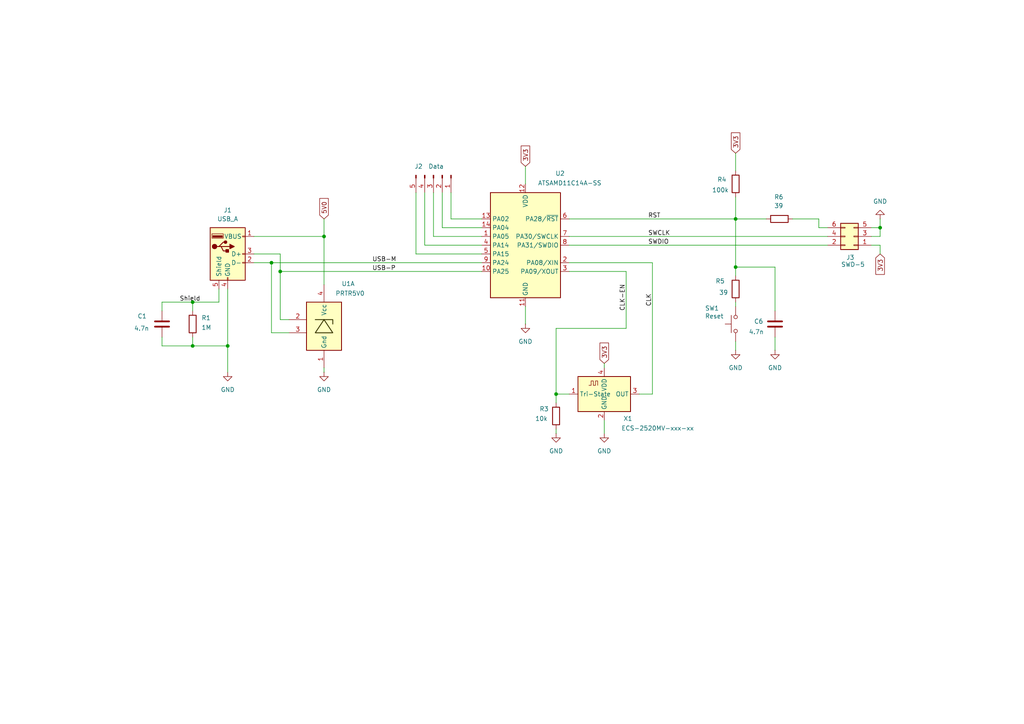
<source format=kicad_sch>
(kicad_sch (version 20231120) (generator "eeschema") (generator_version "8.0")
  (paper "A4")
  (lib_symbols
    (symbol "Connector:Conn_01x05_Pin" (pin_names (offset 1.016) hide)
      (property "Reference" "J" (at 0 7.62 0))
      (property "Value" "Conn_01x05_Pin" (at 0 -7.62 0))
      (symbol "Conn_01x05_Pin_1_1"
        (polyline (pts (xy 1.27 -5.08) (xy 0.8636 -5.08)) (stroke (width 0.1524)))
        (polyline (pts (xy 1.27 -2.54) (xy 0.8636 -2.54)) (stroke (width 0.1524)))
        (polyline (pts (xy 1.27 0) (xy 0.8636 0)) (stroke (width 0.1524)))
        (polyline (pts (xy 1.27 2.54) (xy 0.8636 2.54)) (stroke (width 0.1524)))
        (polyline (pts (xy 1.27 5.08) (xy 0.8636 5.08)) (stroke (width 0.1524)))
        (rectangle (start 0.8636 -4.953) (end 0 -5.207) (stroke (width 0.1524)) (fill (type outline)))
        (rectangle (start 0.8636 -2.413) (end 0 -2.667) (stroke (width 0.1524)) (fill (type outline)))
        (rectangle (start 0.8636 0.127) (end 0 -0.127) (stroke (width 0.1524)) (fill (type outline)))
        (rectangle (start 0.8636 2.667) (end 0 2.413) (stroke (width 0.1524)) (fill (type outline)))
        (rectangle (start 0.8636 5.207) (end 0 4.953) (stroke (width 0.1524)) (fill (type outline)))
        (pin passive line (at 5.08 5.08 180) (length 3.81) (name "Pin_1") (number "1"))
        (pin passive line (at 5.08 2.54 180) (length 3.81) (name "Pin_2") (number "2"))
        (pin passive line (at 5.08 0 180) (length 3.81) (name "Pin_3") (number "3"))
        (pin passive line (at 5.08 -2.54 180) (length 3.81) (name "Pin_4") (number "4"))
        (pin passive line (at 5.08 -5.08 180) (length 3.81) (name "Pin_5") (number "5"))
      )
    )
    (symbol "Connector:USB_A" (pin_names (offset 1.016))
      (property "Reference" "J" (at -5.08 11.43 0))
      (property "Value" "USB_A" (at -5.08 8.89 0))
      (symbol "USB_A_0_1"
        (rectangle (start -5.08 -7.62) (end 5.08 7.62) (stroke (width 0.254)) (fill (type background)))
        (circle (center -3.81 2.159) (radius 0.635) (stroke (width 0.254)) (fill (type outline)))
        (rectangle (start -1.524 4.826) (end -4.318 5.334) (fill (type outline)))
        (rectangle (start -1.27 4.572) (end -4.572 5.842))
        (circle (center -0.635 3.429) (radius 0.381) (stroke (width 0.254)) (fill (type outline)))
        (rectangle (start -0.127 -7.62) (end 0.127 -6.858))
        (polyline (pts (xy -3.175 2.159) (xy -2.54 2.159) (xy -1.27 3.429) (xy -0.635 3.429)) (stroke (width 0.254)))
        (polyline (pts (xy -2.54 2.159) (xy -1.905 2.159) (xy -1.27 0.889) (xy 0 0.889)) (stroke (width 0.254)))
        (polyline (pts (xy 0.635 2.794) (xy 0.635 1.524) (xy 1.905 2.159) (xy 0.635 2.794)) (stroke (width 0.254)) (fill (type outline)))
        (rectangle (start 0.254 1.27) (end -0.508 0.508) (stroke (width 0.254)) (fill (type outline)))
        (rectangle (start 5.08 -2.667) (end 4.318 -2.413))
        (rectangle (start 5.08 -0.127) (end 4.318 0.127))
        (rectangle (start 5.08 4.953) (end 4.318 5.207))
      )
      (symbol "USB_A_1_1"
        (polyline (pts (xy -1.905 2.159) (xy 0.635 2.159)) (stroke (width 0.254)))
        (pin power_in line (at 7.62 5.08 180) (length 2.54) (name "VBUS") (number "1"))
        (pin bidirectional line (at 7.62 -2.54 180) (length 2.54) (name "D-") (number "2"))
        (pin bidirectional line (at 7.62 0 180) (length 2.54) (name "D+") (number "3"))
        (pin power_in line (at 0 -10.16 90) (length 2.54) (name "GND") (number "4"))
        (pin passive line (at -2.54 -10.16 90) (length 2.54) (name "Shield") (number "5"))
      )
    )
    (symbol "Connector_Generic:Conn_02x03_Odd_Even" (pin_names (offset 1.016) hide)
      (property "Reference" "J" (at 1.27 5.08 0))
      (property "Value" "Conn_02x03_Odd_Even" (at 1.27 -5.08 0))
      (symbol "Conn_02x03_Odd_Even_1_1"
        (rectangle (start -1.27 -2.413) (end 0 -2.667) (stroke (width 0.1524)))
        (rectangle (start -1.27 0.127) (end 0 -0.127) (stroke (width 0.1524)))
        (rectangle (start -1.27 2.667) (end 0 2.413) (stroke (width 0.1524)))
        (rectangle (start -1.27 3.81) (end 3.81 -3.81) (stroke (width 0.254)) (fill (type background)))
        (rectangle (start 3.81 -2.413) (end 2.54 -2.667) (stroke (width 0.1524)))
        (rectangle (start 3.81 0.127) (end 2.54 -0.127) (stroke (width 0.1524)))
        (rectangle (start 3.81 2.667) (end 2.54 2.413) (stroke (width 0.1524)))
        (pin passive line (at -5.08 2.54 0) (length 3.81) (name "Pin_1") (number "1"))
        (pin passive line (at 7.62 2.54 180) (length 3.81) (name "Pin_2") (number "2"))
        (pin passive line (at -5.08 0 0) (length 3.81) (name "Pin_3") (number "3"))
        (pin passive line (at 7.62 0 180) (length 3.81) (name "Pin_4") (number "4"))
        (pin passive line (at -5.08 -2.54 0) (length 3.81) (name "Pin_5") (number "5"))
        (pin passive line (at 7.62 -2.54 180) (length 3.81) (name "Pin_6") (number "6"))
      )
    )
    (symbol "Device:C" (pin_numbers hide) (pin_names (offset 0.254))
      (property "Reference" "C" (at 0.635 2.54 0))
      (property "Value" "C" (at 0.635 -2.54 0))
      (symbol "C_0_1"
        (polyline (pts (xy -2.032 -0.762) (xy 2.032 -0.762)) (stroke (width 0.508)))
        (polyline (pts (xy -2.032 0.762) (xy 2.032 0.762)) (stroke (width 0.508)))
      )
      (symbol "C_1_1"
        (pin passive line (at 0 3.81 270) (length 2.794) (name "~") (number "1"))
        (pin passive line (at 0 -3.81 90) (length 2.794) (name "~") (number "2"))
      )
    )
    (symbol "Device:R" (pin_numbers hide) (pin_names (offset 0))
      (property "Reference" "R" (at 2.032 0 90))
      (property "Value" "R" (at 0 0 90))
      (symbol "R_0_1"
        (rectangle (start -1.016 -2.54) (end 1.016 2.54) (stroke (width 0.254)))
      )
      (symbol "R_1_1"
        (pin passive line (at 0 3.81 270) (length 1.27) (name "~") (number "1"))
        (pin passive line (at 0 -3.81 90) (length 1.27) (name "~") (number "2"))
      )
    )
    (symbol "MCU_Microchip_SAMD:ATSAMD11C14A-SS"
      (property "Reference" "U" (at -10.16 16.51 0))
      (property "Value" "ATSAMD11C14A-SS" (at 1.27 16.51 0))
      (symbol "ATSAMD11C14A-SS_0_1"
        (rectangle (start -10.16 15.24) (end 10.16 -15.24) (stroke (width 0.254)) (fill (type background)))
      )
      (symbol "ATSAMD11C14A-SS_1_1"
        (pin bidirectional line (at 12.7 2.54 180) (length 2.54) (name "PA05") (number "1"))
        (pin bidirectional line (at 12.7 -7.62 180) (length 2.54) (name "PA25") (number "10"))
        (pin power_in line (at 0 -17.78 90) (length 2.54) (name "GND") (number "11"))
        (pin power_in line (at 0 17.78 270) (length 2.54) (name "VDD") (number "12"))
        (pin bidirectional line (at 12.7 7.62 180) (length 2.54) (name "PA02") (number "13"))
        (pin bidirectional line (at 12.7 5.08 180) (length 2.54) (name "PA04") (number "14"))
        (pin bidirectional line (at -12.7 -5.08 0) (length 2.54) (name "PA08/XIN") (number "2"))
        (pin bidirectional line (at -12.7 -7.62 0) (length 2.54) (name "PA09/XOUT") (number "3"))
        (pin bidirectional line (at 12.7 0 180) (length 2.54) (name "PA14") (number "4"))
        (pin bidirectional line (at 12.7 -2.54 180) (length 2.54) (name "PA15") (number "5"))
        (pin bidirectional line (at -12.7 7.62 0) (length 2.54) (name "PA28/~{RST}") (number "6"))
        (pin bidirectional line (at -12.7 2.54 0) (length 2.54) (name "PA30/SWCLK") (number "7"))
        (pin bidirectional line (at -12.7 0 0) (length 2.54) (name "PA31/SWDIO") (number "8"))
        (pin bidirectional line (at 12.7 -5.08 180) (length 2.54) (name "PA24") (number "9"))
      )
    )
    (symbol "Oscillator:ECS-2520MV-xxx-xx"
      (property "Reference" "X" (at -5.08 6.35 0))
      (property "Value" "ECS-2520MV-xxx-xx" (at 1.27 -6.35 0))
      (symbol "ECS-2520MV-xxx-xx_0_1"
        (rectangle (start -7.62 5.08) (end 7.62 -5.08) (stroke (width 0.254)) (fill (type background)))
        (polyline (pts (xy -4.445 2.54) (xy -3.81 2.54) (xy -3.81 3.81) (xy -3.175 3.81) (xy -3.175 2.54) (xy -2.54 2.54) (xy -2.54 3.81) (xy -1.905 3.81) (xy -1.905 2.54)))
      )
      (symbol "ECS-2520MV-xxx-xx_1_1"
        (pin input line (at -10.16 0 0) (length 2.54) (name "Tri-State") (number "1"))
        (pin power_in line (at 0 -7.62 90) (length 2.54) (name "GND") (number "2"))
        (pin output line (at 10.16 0 180) (length 2.54) (name "OUT") (number "3"))
        (pin power_in line (at 0 7.62 270) (length 2.54) (name "VDD") (number "4"))
      )
    )
    (symbol "Secoh:USB/PRTR5V0-SOT-143"
      (property "Reference" "U" (at 3.556 8.89 0))
      (property "Value" "PRTR5V0" (at 4.826 -8.382 0))
      (symbol "USB/PRTR5V0-SOT-143_0_0"
        (rectangle (start -5.08 7.62) (end 5.08 -6.35) (stroke (width 0.254)) (fill (type background)))
        (pin passive line (at 0 -11.43 90) (length 5.08) (name "Gnd") (number "1"))
        (pin passive line (at 0 12.7 270) (length 5.08) (name "Vcc") (number "4"))
      )
      (symbol "USB/PRTR5V0-SOT-143_0_1"
        (polyline (pts (xy -1.27 0) (xy -1.27 0)))
        (polyline (pts (xy -2.54 2.54) (xy 2.54 2.54) (xy 2.54 1.27)) (stroke (width 0.254) (color 52 50 0 1)))
        (polyline (pts (xy 0 2.54) (xy 2.54 -1.27) (xy -2.54 -1.27) (xy 0 2.54)) (stroke (width 0.254) (color 52 50 0 1)))
      )
      (symbol "USB/PRTR5V0-SOT-143_1_1"
        (pin input line (at -10.16 2.54 0) (length 5.08) (name "~") (number "2"))
        (pin input line (at -10.16 -1.27 0) (length 5.08) (name "~") (number "3"))
      )
      (symbol "USB/PRTR5V0-SOT-143_2_1"
        (pin input line (at -10.16 2.54 0) (length 7.62) (name "~") (number "5"))
        (pin input line (at -10.16 -2.54 0) (length 7.62) (name "~") (number "6"))
      )
      (symbol "USB/PRTR5V0-SOT-143_3_1"
        (pin input line (at -10.16 2.54 0) (length 7.62) (name "~") (number "8"))
        (pin input line (at -10.16 -2.54 0) (length 7.62) (name "~") (number "9"))
      )
      (symbol "USB/PRTR5V0-SOT-143_4_1"
        (pin input line (at -10.16 2.54 0) (length 7.62) (name "~") (number "12"))
        (pin input line (at -10.16 -2.54 0) (length 7.62) (name "~") (number "13"))
      )
    )
    (symbol "Switch:SW_Push" (pin_numbers hide) (pin_names (offset 1.016) hide)
      (property "Reference" "SW" (at 1.27 2.54 0))
      (property "Value" "SW_Push" (at 0 -1.524 0))
      (symbol "SW_Push_0_1"
        (circle (center -2.032 0) (radius 0.508))
        (polyline (pts (xy 0 1.27) (xy 0 3.048)))
        (polyline (pts (xy 2.54 1.27) (xy -2.54 1.27)))
        (circle (center 2.032 0) (radius 0.508))
        (pin passive line (at -5.08 0 0) (length 2.54) (name "1") (number "1"))
        (pin passive line (at 5.08 0 180) (length 2.54) (name "2") (number "2"))
      )
    )
    (symbol "power:GND" (power) (pin_numbers hide) (pin_names (offset 0) hide)
      (property "Value" "GND" (at 0 -3.81 0))
      (symbol "GND_0_1"
        (polyline (pts (xy 0 0) (xy 0 -1.27) (xy 1.27 -1.27) (xy 0 -2.54) (xy -1.27 -1.27) (xy 0 -1.27)))
      )
      (symbol "GND_1_1"
        (pin power_in line (at 0 0 270) (length 0) (name "~") (number "1"))
      )
    )
  )
  (junction (at 81.28 78.74))
  (junction (at 161.29 114.3))
  (junction (at 93.98 68.58))
  (junction (at 55.88 87.63))
  (junction (at 55.88 100.33))
  (junction (at 78.74 76.2))
  (junction (at 255.27 66.04))
  (junction (at 213.36 77.47))
  (junction (at 213.36 63.5))
  (junction (at 66.04 100.33))
  (wire (pts (xy 123.19 55.88) (xy 123.19 71.12)))
  (wire (pts (xy 161.29 114.3) (xy 161.29 116.84)))
  (wire (pts (xy 81.28 78.74) (xy 139.7 78.74)))
  (wire (pts (xy 189.23 76.2) (xy 165.1 76.2)))
  (wire (pts (xy 93.98 63.5) (xy 93.98 68.58)))
  (wire (pts (xy 130.81 55.88) (xy 130.81 63.5)))
  (wire (pts (xy 165.1 71.12) (xy 240.03 71.12)))
  (wire (pts (xy 81.28 73.66) (xy 81.28 78.74)))
  (wire (pts (xy 46.99 100.33) (xy 55.88 100.33)))
  (wire (pts (xy 152.4 88.9) (xy 152.4 93.98)))
  (wire (pts (xy 165.1 68.58) (xy 240.03 68.58)))
  (wire (pts (xy 224.79 90.17) (xy 224.79 77.47)))
  (wire (pts (xy 161.29 124.46) (xy 161.29 125.73)))
  (wire (pts (xy 255.27 71.12) (xy 252.73 71.12)))
  (wire (pts (xy 161.29 114.3) (xy 161.29 95.25)))
  (wire (pts (xy 224.79 77.47) (xy 213.36 77.47)))
  (wire (pts (xy 189.23 76.2) (xy 189.23 114.3)))
  (wire (pts (xy 125.73 55.88) (xy 125.73 68.58)))
  (wire (pts (xy 93.98 106.68) (xy 93.98 107.95)))
  (wire (pts (xy 128.27 55.88) (xy 128.27 66.04)))
  (wire (pts (xy 255.27 63.5) (xy 255.27 66.04)))
  (wire (pts (xy 185.42 114.3) (xy 189.23 114.3)))
  (wire (pts (xy 255.27 73.66) (xy 255.27 71.12)))
  (wire (pts (xy 55.88 100.33) (xy 66.04 100.33)))
  (wire (pts (xy 252.73 68.58) (xy 255.27 68.58)))
  (wire (pts (xy 161.29 95.25) (xy 181.61 95.25)))
  (wire (pts (xy 237.49 66.04) (xy 240.03 66.04)))
  (wire (pts (xy 78.74 76.2) (xy 139.7 76.2)))
  (wire (pts (xy 73.66 73.66) (xy 81.28 73.66)))
  (wire (pts (xy 213.36 63.5) (xy 222.25 63.5)))
  (wire (pts (xy 224.79 97.79) (xy 224.79 101.6)))
  (wire (pts (xy 73.66 76.2) (xy 78.74 76.2)))
  (wire (pts (xy 213.36 57.15) (xy 213.36 63.5)))
  (wire (pts (xy 181.61 78.74) (xy 165.1 78.74)))
  (wire (pts (xy 66.04 83.82) (xy 66.04 100.33)))
  (wire (pts (xy 55.88 87.63) (xy 46.99 87.63)))
  (wire (pts (xy 125.73 68.58) (xy 139.7 68.58)))
  (wire (pts (xy 175.26 105.41) (xy 175.26 106.68)))
  (wire (pts (xy 55.88 100.33) (xy 55.88 97.79)))
  (wire (pts (xy 130.81 63.5) (xy 139.7 63.5)))
  (wire (pts (xy 213.36 77.47) (xy 213.36 63.5)))
  (wire (pts (xy 213.36 87.63) (xy 213.36 88.9)))
  (wire (pts (xy 55.88 90.17) (xy 55.88 87.63)))
  (wire (pts (xy 237.49 63.5) (xy 237.49 66.04)))
  (wire (pts (xy 81.28 92.71) (xy 83.82 92.71)))
  (wire (pts (xy 181.61 95.25) (xy 181.61 78.74)))
  (wire (pts (xy 81.28 78.74) (xy 81.28 92.71)))
  (wire (pts (xy 139.7 73.66) (xy 120.65 73.66)))
  (wire (pts (xy 78.74 96.52) (xy 78.74 76.2)))
  (wire (pts (xy 46.99 97.79) (xy 46.99 100.33)))
  (wire (pts (xy 213.36 99.06) (xy 213.36 101.6)))
  (wire (pts (xy 139.7 66.04) (xy 128.27 66.04)))
  (wire (pts (xy 255.27 66.04) (xy 252.73 66.04)))
  (wire (pts (xy 83.82 96.52) (xy 78.74 96.52)))
  (wire (pts (xy 165.1 63.5) (xy 213.36 63.5)))
  (wire (pts (xy 152.4 48.26) (xy 152.4 53.34)))
  (wire (pts (xy 213.36 44.45) (xy 213.36 49.53)))
  (wire (pts (xy 255.27 68.58) (xy 255.27 66.04)))
  (wire (pts (xy 229.87 63.5) (xy 237.49 63.5)))
  (wire (pts (xy 139.7 71.12) (xy 123.19 71.12)))
  (wire (pts (xy 93.98 82.55) (xy 93.98 68.58)))
  (wire (pts (xy 55.88 87.63) (xy 63.5 87.63)))
  (wire (pts (xy 73.66 68.58) (xy 93.98 68.58)))
  (wire (pts (xy 213.36 80.01) (xy 213.36 77.47)))
  (wire (pts (xy 46.99 87.63) (xy 46.99 90.17)))
  (wire (pts (xy 120.65 55.88) (xy 120.65 73.66)))
  (wire (pts (xy 161.29 114.3) (xy 165.1 114.3)))
  (wire (pts (xy 66.04 100.33) (xy 66.04 107.95)))
  (wire (pts (xy 63.5 87.63) (xy 63.5 83.82)))
  (wire (pts (xy 175.26 121.92) (xy 175.26 125.73)))
  (label "SWCLK" (at 187.96 68.58 0))
  (label "SWDIO" (at 187.96 71.12 0))
  (label "CLK-EN" (at 181.61 90.17 90))
  (label "CLK" (at 189.23 85.09 270))
  (label "USB-P" (at 107.95 78.74 0))
  (label "USB-M" (at 107.95 76.2 0))
  (label "Shield" (at 52.07 87.63 0))
  (label "RST" (at 187.96 63.5 0))
  (global_label "3V3" (shape input) (at 152.4 48.26 90) (property "Intersheetrefs" "${INTERSHEET_REFS}" (effects (hide yes))))
  (global_label "3V3" (shape input) (at 175.26 105.41 90) (property "Intersheetrefs" "${INTERSHEET_REFS}" (effects (hide yes))))
  (global_label "5V0" (shape input) (at 93.98 63.5 90) (property "Intersheetrefs" "${INTERSHEET_REFS}" (effects (hide yes))))
  (global_label "3V3" (shape input) (at 213.36 44.45 90) (property "Intersheetrefs" "${INTERSHEET_REFS}" (effects (hide yes))))
  (global_label "3V3" (shape input) (at 255.27 73.66 270) (property "Intersheetrefs" "${INTERSHEET_REFS}" (effects (hide yes))))
  (symbol (lib_id "Switch:SW_Push") (at 213.36 93.98 90) (unit 1)
    (property "Reference" "SW1" (at 204.47 89.408 90) (effects (justify right)))
    (property "Value" "Reset" (at 204.47 91.694 90) (effects (justify right)))
    (property "Footprint" "Button_Switch_SMD:SW_Tactile_SPST_NO_Straight_CK_PTS636Sx25SMTRLFS" (effects (hide yes)))
    (property "Description" "Push button switch, generic, two pins" (effects (hide yes)))
  )
  (symbol (lib_id "power:GND") (at 255.27 63.5 180) (unit 1)
    (property "Reference" "#PWR09" (effects (hide yes)))
    (property "Value" "GND" (at 255.27 58.42 0))
    (property "Description" "Power symbol creates a global label with name \"GND\" , ground" (effects (hide yes)))
  )
  (symbol (lib_id "Secoh:USB/PRTR5V0-SOT-143") (at 93.98 95.25 0) (unit 1)
    (property "Reference" "U1" (at 99.06 82.296 0) (effects (justify left)))
    (property "Value" "PRTR5V0" (at 97.282 85.09 0) (effects (justify left)))
    (property "Footprint" "Package_TO_SOT_SMD:SOT-143_Handsoldering" (effects (hide yes)))
  )
  (symbol (lib_id "Device:R") (at 213.36 83.82 0) (unit 1)
    (property "Reference" "R5" (at 207.518 81.534 0) (effects (justify left)))
    (property "Value" "39" (at 208.534 84.836 0) (effects (justify left)))
    (property "Footprint" "Resistor_SMD:R_0805_2012Metric_Pad1.20x1.40mm_HandSolder" (effects (hide yes)))
    (property "Description" "Resistor" (effects (hide yes)))
  )
  (symbol (lib_id "Connector:USB_A") (at 66.04 73.66 0) (unit 1)
    (property "Reference" "J1" (at 66.04 60.96 0))
    (property "Value" "USB_A" (at 66.04 63.5 0))
    (property "Footprint" "Connector_USB:USB_A_Molex_48037-2200_Horizontal" (effects (hide yes)))
    (property "Datasheet" " ~" (effects (hide yes)))
    (property "Description" "USB Type A connector" (effects (hide yes)))
  )
  (symbol (lib_id "power:GND") (at 175.26 125.73 0) (unit 1)
    (property "Reference" "#PWR06" (effects (hide yes)))
    (property "Value" "GND" (at 175.26 130.81 0))
    (property "Description" "Power symbol creates a global label with name \"GND\" , ground" (effects (hide yes)))
  )
  (symbol (lib_id "Device:R") (at 55.88 93.98 0) (unit 1)
    (property "Reference" "R1" (at 58.42 92.202 0) (effects (justify left)))
    (property "Value" "1M" (at 58.42 94.996 0) (effects (justify left)))
    (property "Footprint" "Resistor_SMD:R_0805_2012Metric_Pad1.20x1.40mm_HandSolder" (effects (hide yes)))
    (property "Description" "Resistor" (effects (hide yes)))
  )
  (symbol (lib_id "MCU_Microchip_SAMD:ATSAMD11C14A-SS") (at 152.4 71.12 0) (mirror y) (unit 1)
    (property "Reference" "U2" (at 163.83 50.292 0) (effects (justify left)))
    (property "Value" "ATSAMD11C14A-SS" (at 174.498 53.086 0) (effects (justify left)))
    (property "Footprint" "Package_SO:SOIC-14_3.9x8.7mm_P1.27mm" (effects (hide yes)))
    (property "Datasheet" "http://ww1.microchip.com/downloads/en/DeviceDoc/Atmel-42363-SAM-D11_Datasheet.pdf" (effects (hide yes)))
    (property "Description" "ARM Cortex-M0+ MCU, 48MHz, 16KB Flash, 4KB RAM, 1.6-3.6V, 18 GPIO, SOIC-14" (effects (hide yes)))
  )
  (symbol (lib_id "Device:R") (at 213.36 53.34 0) (unit 1)
    (property "Reference" "R4" (at 208.026 52.07 0) (effects (justify left)))
    (property "Value" "100k" (at 206.502 55.118 0) (effects (justify left)))
    (property "Footprint" "Resistor_SMD:R_0805_2012Metric_Pad1.20x1.40mm_HandSolder" (effects (hide yes)))
    (property "Description" "Resistor" (effects (hide yes)))
  )
  (symbol (lib_id "Device:R") (at 226.06 63.5 270) (unit 1)
    (property "Reference" "R6" (at 224.536 57.15 90) (effects (justify left)))
    (property "Value" "39" (at 224.536 59.69 90) (effects (justify left)))
    (property "Footprint" "Resistor_SMD:R_0805_2012Metric_Pad1.20x1.40mm_HandSolder" (effects (hide yes)))
    (property "Description" "Resistor" (effects (hide yes)))
  )
  (symbol (lib_id "power:GND") (at 161.29 125.73 0) (unit 1)
    (property "Reference" "#PWR05" (effects (hide yes)))
    (property "Value" "GND" (at 161.29 130.81 0))
    (property "Description" "Power symbol creates a global label with name \"GND\" , ground" (effects (hide yes)))
  )
  (symbol (lib_id "Connector:Conn_01x05_Pin") (at 125.73 50.8 270) (unit 1)
    (property "Reference" "J2" (at 121.412 48.26 90))
    (property "Value" "Data" (at 126.492 48.26 90))
    (property "Footprint" "Connector_PinHeader_2.54mm:PinHeader_1x05_P2.54mm_Vertical" (effects (hide yes)))
    (property "Description" "Generic connector, single row, 01x05, script generated" (effects (hide yes)))
  )
  (symbol (lib_id "Device:C") (at 224.79 93.98 0) (unit 1)
    (property "Reference" "C6" (at 218.694 93.218 0) (effects (justify left)))
    (property "Value" "4.7n" (at 217.17 96.266 0) (effects (justify left)))
    (property "Footprint" "Capacitor_SMD:C_0805_2012Metric_Pad1.18x1.45mm_HandSolder" (effects (hide yes)))
    (property "Description" "Unpolarized capacitor" (effects (hide yes)))
  )
  (symbol (lib_id "Oscillator:ECS-2520MV-xxx-xx") (at 175.26 114.3 0) (unit 1)
    (property "Reference" "X1" (at 182.118 121.412 0))
    (property "Value" "ECS-2520MV-xxx-xx" (at 190.754 124.206 0))
    (property "Footprint" "Oscillator:Oscillator_SMD_ECS_2520MV-xxx-xx-4Pin_2.5x2.0mm" (effects (hide yes)))
    (property "Datasheet" "https://www.ecsxtal.com/store/pdf/ECS-2520MV.pdf" (effects (hide yes)))
    (property "Description" "HCMOS Crystal Clock Oscillator, 2.5x2.0 mm SMD" (effects (hide yes)))
  )
  (symbol (lib_id "power:GND") (at 93.98 107.95 0) (unit 1)
    (property "Reference" "#PWR03" (effects (hide yes)))
    (property "Value" "GND" (at 93.98 113.03 0))
    (property "Description" "Power symbol creates a global label with name \"GND\" , ground" (effects (hide yes)))
  )
  (symbol (lib_id "Connector_Generic:Conn_02x03_Odd_Even") (at 247.65 68.58 180) (unit 1)
    (property "Reference" "J3" (at 246.634 74.676 0))
    (property "Value" "SWD-5" (at 247.396 76.708 0))
    (property "Footprint" "Connector_PinSocket_1.27mm:PinSocket_2x03_P1.27mm_Vertical" (effects (hide yes)))
    (property "Description" "Generic connector, double row, 02x03, odd/even pin numbering scheme (row 1 odd numbers, row 2 even numbers), script generated (kicad-library-utils/schlib/autogen/connector/)" (effects (hide yes)))
  )
  (symbol (lib_id "power:GND") (at 152.4 93.98 0) (unit 1)
    (property "Reference" "#PWR04" (effects (hide yes)))
    (property "Value" "GND" (at 152.4 99.06 0))
    (property "Description" "Power symbol creates a global label with name \"GND\" , ground" (effects (hide yes)))
  )
  (symbol (lib_id "power:GND") (at 224.79 101.6 0) (unit 1)
    (property "Reference" "#PWR08" (effects (hide yes)))
    (property "Value" "GND" (at 224.79 106.68 0))
    (property "Description" "Power symbol creates a global label with name \"GND\" , ground" (effects (hide yes)))
  )
  (symbol (lib_id "Device:R") (at 161.29 120.65 0) (unit 1)
    (property "Reference" "R3" (at 156.464 118.618 0) (effects (justify left)))
    (property "Value" "10k" (at 155.194 121.412 0) (effects (justify left)))
    (property "Footprint" "Resistor_SMD:R_0805_2012Metric_Pad1.20x1.40mm_HandSolder" (effects (hide yes)))
    (property "Description" "Resistor" (effects (hide yes)))
  )
  (symbol (lib_id "Device:C") (at 46.99 93.98 0) (unit 1)
    (property "Reference" "C1" (at 39.878 91.694 0) (effects (justify left)))
    (property "Value" "4.7n" (at 38.862 95.25 0) (effects (justify left)))
    (property "Footprint" "Capacitor_SMD:C_0805_2012Metric_Pad1.18x1.45mm_HandSolder" (effects (hide yes)))
    (property "Description" "Unpolarized capacitor" (effects (hide yes)))
  )
  (symbol (lib_id "power:GND") (at 66.04 107.95 0) (unit 1)
    (property "Reference" "#PWR01" (effects (hide yes)))
    (property "Value" "GND" (at 66.04 113.03 0))
    (property "Description" "Power symbol creates a global label with name \"GND\" , ground" (effects (hide yes)))
  )
  (symbol (lib_id "power:GND") (at 213.36 101.6 0) (unit 1)
    (property "Reference" "#PWR07" (effects (hide yes)))
    (property "Value" "GND" (at 213.36 106.68 0))
    (property "Description" "Power symbol creates a global label with name \"GND\" , ground" (effects (hide yes)))
  )
)
</source>
